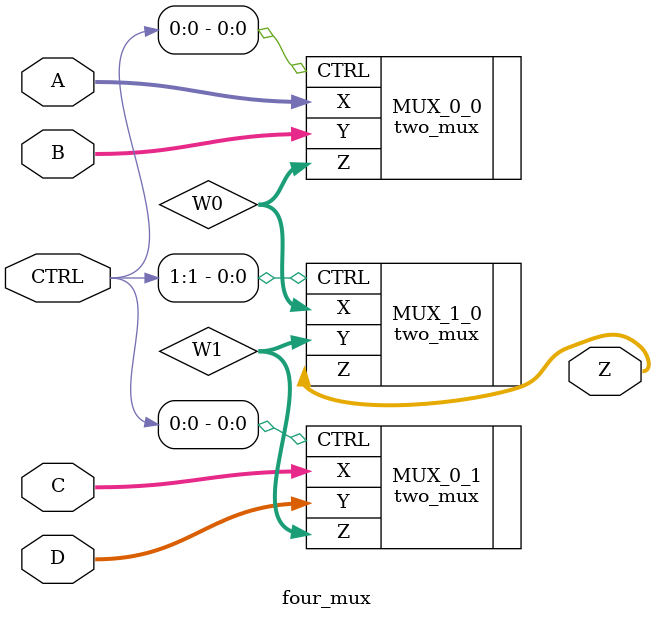
<source format=v>
`timescale 1ns / 1ps
`default_nettype none //helps catch typo-related bugs
module four_mux(A,B,C,D,CTRL,Z);

	//parameter definitions
	parameter N = 32;	//define size of input or output buses

	//port definitions - customize for different bit widths
	input wire [N-1:0] A,B,C,D;
	input wire [1:0] CTRL;
	output wire [N-1:0] Z;
	
	wire [N-1:0]  W0, W1;
	
	two_mux #(.N(N)) MUX_0_0(.X(A), .Y(B), .CTRL(CTRL[0]), .Z(W0));
	two_mux #(.N(N)) MUX_0_1(.X(C), .Y(D), .CTRL(CTRL[0]), .Z(W1));
	two_mux #(.N(N)) MUX_1_0(.X(W0), .Y(W1), .CTRL(CTRL[1]), .Z(Z));


endmodule
`default_nettype wire //some Xilinx IP requires that the default_nettype be set to wire

</source>
